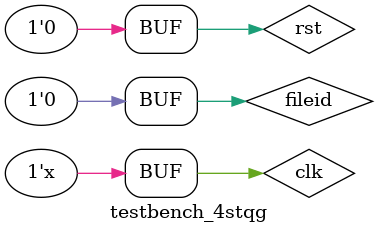
<source format=v>
`timescale 1ns / 1ps


module testbench_4stqg;

	// Inputs
	reg clk;
	reg rst;
	reg fileid;

	// Outputs
	wire [15:0] PCOUT;
	wire [15:0] INST;
	wire [3:0] aluop;
	wire [15:0] aluout;
	wire [15:0] rdata1;
	wire [15:0] rdata2;
	wire regdst;
	wire alusrc;
	wire [15:0] s_ext;
	wire Branch;
	wire memtoreg;
	wire jr;
	wire jump;
	wire [15:0] data_out_MEM_WB;
   wire PCsrc;
	wire [15:0] wdata;

	// Instantiate the Unit Under Test (UUT)
	pipelined_regfile_2stage uut (
		.clk(clk), 
		.rst(rst), 
		.fileid(fileid), 
		.PCOUT(PCOUT), 
		.INST(INST), 
		.aluop(aluop), 
		.aluout(aluout), 
		.rdata1(rdata1), 
		.rdata2(rdata2), 
		.regdst(regdst), 
		.alusrc(alusrc), 
		.s_ext(s_ext), 
		.Branch(Branch), 
		.memtoreg(memtoreg),
		.jump(jump),
		.jr(jr),
	   .data_out_MEM_WB(data_out_MEM_WB),
		.PCsrc(PCsrc),
		.wdata(wdata)
	);
	
 
always #15 clk = ~clk;
	initial begin
		// Initialize Inputs
		clk = 0;
		rst = 0;
		fileid = 0;

		// Wait 100 ns for global reset to finish
		#100;
        
		// Add stimulus here
#25 rst =1;
#25 rst=0;


	end
      
endmodule


</source>
